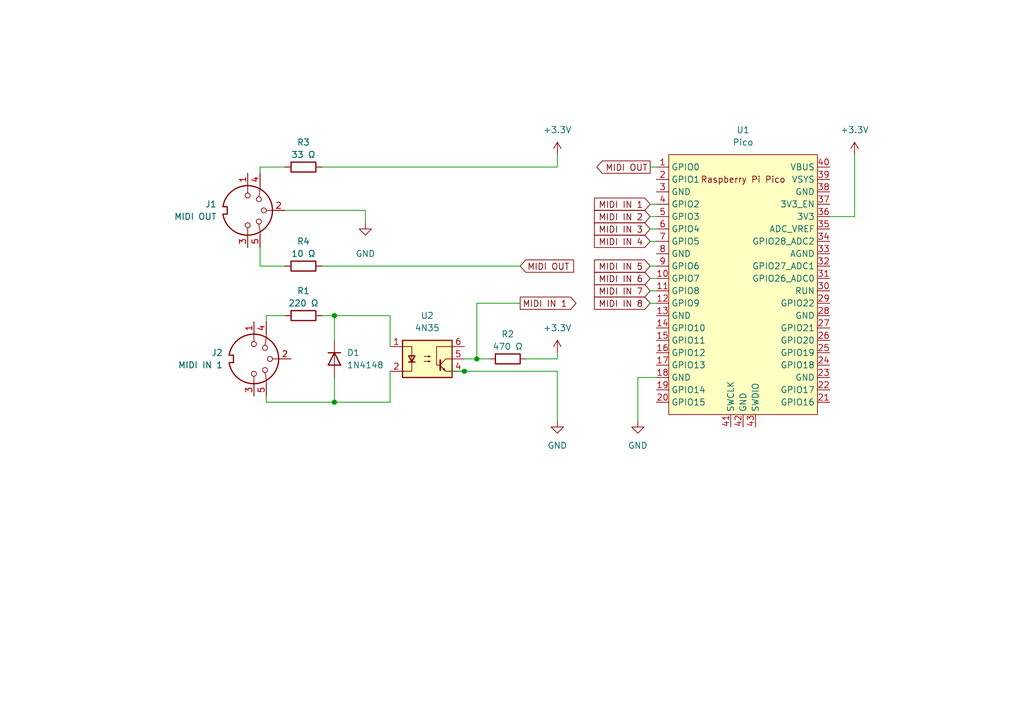
<source format=kicad_sch>
(kicad_sch (version 20230121) (generator eeschema)
  (paper "A5")
  (title_block (title "8-port Pico MIDI merger"))
  (lib_symbols
    (symbol "Connector:DIN-5_180degree" (pin_names (offset 1.016))
      (property "Reference" "J" (at 3.175 5.715 0))
      (property "Value" "DIN-5_180degree" (at 0 -6.35 0))
      (symbol "DIN-5_180degree_0_1"
        (arc (start -5.08 0) (mid -3.8609 -3.3364) (end -0.762 -5.08) (stroke (width 0.254)))
        (circle (center -3.048 0) (radius 0.508))
        (circle (center -2.286 2.286) (radius 0.508))
        (polyline (pts (xy -5.08 0) (xy -3.556 0)))
        (polyline (pts (xy 0 5.08) (xy 0 3.81)))
        (polyline (pts (xy 5.08 0) (xy 3.556 0)))
        (polyline (pts (xy -5.08 2.54) (xy -4.318 2.54) (xy -2.794 2.286)))
        (polyline (pts (xy 5.08 2.54) (xy 4.318 2.54) (xy 2.794 2.286)))
        (polyline (pts (xy -0.762 -4.953) (xy -0.762 -4.191) (xy 0.762 -4.191) (xy 0.762 -4.953)) (stroke (width 0.254)))
        (circle (center 0 3.302) (radius 0.508))
        (arc (start 0.762 -5.08) (mid 3.8685 -3.343) (end 5.08 0) (stroke (width 0.254)))
        (circle (center 2.286 2.286) (radius 0.508))
        (circle (center 3.048 0) (radius 0.508))
        (arc (start 5.08 0) (mid 0 5.0579) (end -5.08 0) (stroke (width 0.254)))
      )
      (symbol "DIN-5_180degree_1_1"
        (pin passive line (at -7.62 0 0) (length 2.54) (name "~") (number "1"))
        (pin passive line (at 0 7.62 270) (length 2.54) (name "~") (number "2"))
        (pin passive line (at 7.62 0 180) (length 2.54) (name "~") (number "3"))
        (pin passive line (at -7.62 2.54 0) (length 2.54) (name "~") (number "4"))
        (pin passive line (at 7.62 2.54 180) (length 2.54) (name "~") (number "5"))
      )
    )
    (symbol "Device:R" (pin_numbers hide) (pin_names (offset 0))
      (property "Reference" "R" (at 2.032 0 90))
      (property "Value" "R" (at 0 0 90))
      (symbol "R_0_1"
        (rectangle (start -1.016 -2.54) (end 1.016 2.54) (stroke (width 0.254)))
      )
      (symbol "R_1_1"
        (pin passive line (at 0 3.81 270) (length 1.27) (name "~") (number "1"))
        (pin passive line (at 0 -3.81 90) (length 1.27) (name "~") (number "2"))
      )
    )
    (symbol "Diode:1N4148" (pin_numbers hide) (pin_names hide)
      (property "Reference" "D" (at 0 2.54 0))
      (property "Value" "1N4148" (at 0 -2.54 0))
      (symbol "1N4148_0_1"
        (polyline (pts (xy -1.27 1.27) (xy -1.27 -1.27)) (stroke (width 0.254)))
        (polyline (pts (xy 1.27 0) (xy -1.27 0)))
        (polyline (pts (xy 1.27 1.27) (xy 1.27 -1.27) (xy -1.27 0) (xy 1.27 1.27)) (stroke (width 0.254)))
      )
      (symbol "1N4148_1_1"
        (pin passive line (at -3.81 0 0) (length 2.54) (name "K") (number "1"))
        (pin passive line (at 3.81 0 180) (length 2.54) (name "A") (number "2"))
      )
    )
    (symbol "Isolator:4N35" (pin_names (offset 1.016))
      (property "Reference" "U" (at -5.08 5.08 0))
      (property "Value" "4N35" (at 0 5.08 0))
      (symbol "4N35_0_1"
        (rectangle (start -5.08 3.81) (end 5.08 -3.81) (stroke (width 0.254)) (fill (type background)))
        (polyline (pts (xy -3.81 -0.635) (xy -2.54 -0.635)) (stroke (width 0.254)))
        (polyline (pts (xy 2.667 -1.397) (xy 3.81 -2.54)))
        (polyline (pts (xy 2.667 -1.143) (xy 3.81 0)))
        (polyline (pts (xy 3.81 -2.54) (xy 5.08 -2.54)))
        (polyline (pts (xy 3.81 0) (xy 5.08 0)))
        (polyline (pts (xy 2.667 -0.254) (xy 2.667 -2.286) (xy 2.667 -2.286)) (stroke (width 0.3556)))
        (polyline (pts (xy -5.08 -2.54) (xy -3.175 -2.54) (xy -3.175 2.54) (xy -5.08 2.54)))
        (polyline (pts (xy -3.175 -0.635) (xy -3.81 0.635) (xy -2.54 0.635) (xy -3.175 -0.635)) (stroke (width 0.254)))
        (polyline (pts (xy 3.683 -2.413) (xy 3.429 -1.905) (xy 3.175 -2.159) (xy 3.683 -2.413)))
        (polyline (pts (xy 5.08 2.54) (xy 1.905 2.54) (xy 1.905 -1.27) (xy 2.54 -1.27)))
        (polyline (pts (xy -0.635 -0.508) (xy 0.635 -0.508) (xy 0.254 -0.635) (xy 0.254 -0.381) (xy 0.635 -0.508)))
        (polyline (pts (xy -0.635 0.508) (xy 0.635 0.508) (xy 0.254 0.381) (xy 0.254 0.635) (xy 0.635 0.508)))
      )
      (symbol "4N35_1_1"
        (pin passive line (at -7.62 2.54 0) (length 2.54) (name "~") (number "1"))
        (pin passive line (at -7.62 -2.54 0) (length 2.54) (name "~") (number "2"))
        (pin no_connect line (at -5.08 0 0) (length 2.54) hide (name "NC") (number "3"))
        (pin passive line (at 7.62 -2.54 180) (length 2.54) (name "~") (number "4"))
        (pin passive line (at 7.62 0 180) (length 2.54) (name "~") (number "5"))
        (pin passive line (at 7.62 2.54 180) (length 2.54) (name "~") (number "6"))
      )
    )
    (symbol "MCU_RaspberryPi_and_Boards:Pico"
      (property "Reference" "U" (at -13.97 27.94 0))
      (property "Value" "Pico" (at 0 19.05 0))
      (symbol "Pico_0_0"
        (text "Raspberry Pi Pico" (at 0 21.59 0) (effects (font (size 1.27 1.27))))
      )
      (symbol "Pico_0_1"
        (rectangle (start -15.24 26.67) (end 15.24 -26.67) (fill (type background)))
      )
      (symbol "Pico_1_1"
        (pin bidirectional line (at -17.78 24.13 0) (length 2.54) (name "GPIO0") (number "1"))
        (pin bidirectional line (at -17.78 1.27 0) (length 2.54) (name "GPIO7") (number "10"))
        (pin bidirectional line (at -17.78 -1.27 0) (length 2.54) (name "GPIO8") (number "11"))
        (pin bidirectional line (at -17.78 -3.81 0) (length 2.54) (name "GPIO9") (number "12"))
        (pin power_in line (at -17.78 -6.35 0) (length 2.54) (name "GND") (number "13"))
        (pin bidirectional line (at -17.78 -8.89 0) (length 2.54) (name "GPIO10") (number "14"))
        (pin bidirectional line (at -17.78 -11.43 0) (length 2.54) (name "GPIO11") (number "15"))
        (pin bidirectional line (at -17.78 -13.97 0) (length 2.54) (name "GPIO12") (number "16"))
        (pin bidirectional line (at -17.78 -16.51 0) (length 2.54) (name "GPIO13") (number "17"))
        (pin power_in line (at -17.78 -19.05 0) (length 2.54) (name "GND") (number "18"))
        (pin bidirectional line (at -17.78 -21.59 0) (length 2.54) (name "GPIO14") (number "19"))
        (pin bidirectional line (at -17.78 21.59 0) (length 2.54) (name "GPIO1") (number "2"))
        (pin bidirectional line (at -17.78 -24.13 0) (length 2.54) (name "GPIO15") (number "20"))
        (pin bidirectional line (at 17.78 -24.13 180) (length 2.54) (name "GPIO16") (number "21"))
        (pin bidirectional line (at 17.78 -21.59 180) (length 2.54) (name "GPIO17") (number "22"))
        (pin power_in line (at 17.78 -19.05 180) (length 2.54) (name "GND") (number "23"))
        (pin bidirectional line (at 17.78 -16.51 180) (length 2.54) (name "GPIO18") (number "24"))
        (pin bidirectional line (at 17.78 -13.97 180) (length 2.54) (name "GPIO19") (number "25"))
        (pin bidirectional line (at 17.78 -11.43 180) (length 2.54) (name "GPIO20") (number "26"))
        (pin bidirectional line (at 17.78 -8.89 180) (length 2.54) (name "GPIO21") (number "27"))
        (pin power_in line (at 17.78 -6.35 180) (length 2.54) (name "GND") (number "28"))
        (pin bidirectional line (at 17.78 -3.81 180) (length 2.54) (name "GPIO22") (number "29"))
        (pin power_in line (at -17.78 19.05 0) (length 2.54) (name "GND") (number "3"))
        (pin input line (at 17.78 -1.27 180) (length 2.54) (name "RUN") (number "30"))
        (pin bidirectional line (at 17.78 1.27 180) (length 2.54) (name "GPIO26_ADC0") (number "31"))
        (pin bidirectional line (at 17.78 3.81 180) (length 2.54) (name "GPIO27_ADC1") (number "32"))
        (pin power_in line (at 17.78 6.35 180) (length 2.54) (name "AGND") (number "33"))
        (pin bidirectional line (at 17.78 8.89 180) (length 2.54) (name "GPIO28_ADC2") (number "34"))
        (pin power_in line (at 17.78 11.43 180) (length 2.54) (name "ADC_VREF") (number "35"))
        (pin power_in line (at 17.78 13.97 180) (length 2.54) (name "3V3") (number "36"))
        (pin input line (at 17.78 16.51 180) (length 2.54) (name "3V3_EN") (number "37"))
        (pin bidirectional line (at 17.78 19.05 180) (length 2.54) (name "GND") (number "38"))
        (pin power_in line (at 17.78 21.59 180) (length 2.54) (name "VSYS") (number "39"))
        (pin bidirectional line (at -17.78 16.51 0) (length 2.54) (name "GPIO2") (number "4"))
        (pin power_in line (at 17.78 24.13 180) (length 2.54) (name "VBUS") (number "40"))
        (pin input line (at -2.54 -29.21 90) (length 2.54) (name "SWCLK") (number "41"))
        (pin power_in line (at 0 -29.21 90) (length 2.54) (name "GND") (number "42"))
        (pin bidirectional line (at 2.54 -29.21 90) (length 2.54) (name "SWDIO") (number "43"))
        (pin bidirectional line (at -17.78 13.97 0) (length 2.54) (name "GPIO3") (number "5"))
        (pin bidirectional line (at -17.78 11.43 0) (length 2.54) (name "GPIO4") (number "6"))
        (pin bidirectional line (at -17.78 8.89 0) (length 2.54) (name "GPIO5") (number "7"))
        (pin power_in line (at -17.78 6.35 0) (length 2.54) (name "GND") (number "8"))
        (pin bidirectional line (at -17.78 3.81 0) (length 2.54) (name "GPIO6") (number "9"))
      )
    )
    (symbol "power:+3.3V" (power) (pin_names (offset 0))
      (property "Value" "+3.3V" (at 0 3.556 0))
      (symbol "+3.3V_0_1"
        (polyline (pts (xy -0.762 1.27) (xy 0 2.54)))
        (polyline (pts (xy 0 0) (xy 0 2.54)))
        (polyline (pts (xy 0 2.54) (xy 0.762 1.27)))
      )
      (symbol "+3.3V_1_1"
        (pin power_in line (at 0 0 90) (length 0) hide (name "+3.3V") (number "1"))
      )
    )
    (symbol "power:GND" (power) (pin_names (offset 0))
      (property "Value" "GND" (at 0 -3.81 0))
      (symbol "GND_0_1"
        (polyline (pts (xy 0 0) (xy 0 -1.27) (xy 1.27 -1.27) (xy 0 -2.54) (xy -1.27 -1.27) (xy 0 -1.27)))
      )
      (symbol "GND_1_1"
        (pin power_in line (at 0 0 270) (length 0) hide (name "GND") (number "1"))
      )
    )
  )
  (junction (at 95.25 76.2))
  (junction (at 68.58 64.77))
  (junction (at 68.58 82.55))
  (junction (at 97.79 73.66))
  (wire (pts (xy 80.01 64.77) (xy 80.01 71.12)))
  (wire (pts (xy 133.35 57.15) (xy 134.62 57.15)))
  (wire (pts (xy 133.35 41.91) (xy 134.62 41.91)))
  (wire (pts (xy 54.61 64.77) (xy 54.61 66.04)))
  (wire (pts (xy 114.3 31.75) (xy 114.3 34.29)))
  (wire (pts (xy 95.25 76.2) (xy 114.3 76.2)))
  (wire (pts (xy 66.04 64.77) (xy 68.58 64.77)))
  (wire (pts (xy 133.35 54.61) (xy 134.62 54.61)))
  (wire (pts (xy 170.18 44.45) (xy 175.26 44.45)))
  (wire (pts (xy 133.35 49.53) (xy 134.62 49.53)))
  (wire (pts (xy 114.3 76.2) (xy 114.3 86.36)))
  (wire (pts (xy 106.68 62.23) (xy 97.79 62.23)))
  (wire (pts (xy 133.35 44.45) (xy 134.62 44.45)))
  (wire (pts (xy 133.35 62.23) (xy 134.62 62.23)))
  (wire (pts (xy 95.25 73.66) (xy 97.79 73.66)))
  (wire (pts (xy 107.95 73.66) (xy 114.3 73.66)))
  (wire (pts (xy 175.26 44.45) (xy 175.26 31.75)))
  (wire (pts (xy 74.93 43.18) (xy 74.93 45.72)))
  (wire (pts (xy 66.04 54.61) (xy 106.68 54.61)))
  (wire (pts (xy 58.42 43.18) (xy 74.93 43.18)))
  (wire (pts (xy 54.61 82.55) (xy 54.61 81.28)))
  (wire (pts (xy 114.3 73.66) (xy 114.3 72.39)))
  (wire (pts (xy 68.58 64.77) (xy 68.58 69.85)))
  (wire (pts (xy 134.62 77.47) (xy 130.81 77.47)))
  (wire (pts (xy 80.01 82.55) (xy 80.01 76.2)))
  (wire (pts (xy 66.04 34.29) (xy 114.3 34.29)))
  (wire (pts (xy 53.34 34.29) (xy 58.42 34.29)))
  (wire (pts (xy 133.35 34.29) (xy 134.62 34.29)))
  (wire (pts (xy 92.71 76.2) (xy 95.25 76.2)))
  (wire (pts (xy 97.79 62.23) (xy 97.79 73.66)))
  (wire (pts (xy 68.58 82.55) (xy 80.01 82.55)))
  (wire (pts (xy 53.34 54.61) (xy 53.34 50.8)))
  (wire (pts (xy 53.34 34.29) (xy 53.34 35.56)))
  (wire (pts (xy 97.79 73.66) (xy 100.33 73.66)))
  (wire (pts (xy 54.61 82.55) (xy 68.58 82.55)))
  (wire (pts (xy 133.35 46.99) (xy 134.62 46.99)))
  (wire (pts (xy 68.58 77.47) (xy 68.58 82.55)))
  (wire (pts (xy 80.01 64.77) (xy 68.58 64.77)))
  (wire (pts (xy 130.81 77.47) (xy 130.81 86.36)))
  (wire (pts (xy 53.34 54.61) (xy 58.42 54.61)))
  (wire (pts (xy 58.42 64.77) (xy 54.61 64.77)))
  (wire (pts (xy 133.35 59.69) (xy 134.62 59.69)))
  (global_label "MIDI IN 6" (shape input) (at 133.35 57.15 180) (property "Intersheetrefs" "${INTERSHEET_REFS}" (effects hide)))
  (global_label "MIDI IN 4" (shape input) (at 133.35 49.53 180) (property "Intersheetrefs" "${INTERSHEET_REFS}" (effects hide)))
  (global_label "MIDI OUT" (shape input) (at 106.68 54.61 0) (property "Intersheetrefs" "${INTERSHEET_REFS}" (effects hide)))
  (global_label "MIDI IN 1" (shape input) (at 133.35 41.91 180) (property "Intersheetrefs" "${INTERSHEET_REFS}" (effects hide)))
  (global_label "MIDI IN 2" (shape input) (at 133.35 44.45 180) (property "Intersheetrefs" "${INTERSHEET_REFS}" (effects hide)))
  (global_label "MIDI IN 8" (shape input) (at 133.35 62.23 180) (property "Intersheetrefs" "${INTERSHEET_REFS}" (effects hide)))
  (global_label "MIDI IN 1" (shape output) (at 106.68 62.23 0) (property "Intersheetrefs" "${INTERSHEET_REFS}" (effects hide)))
  (global_label "MIDI IN 5" (shape input) (at 133.35 54.61 180) (property "Intersheetrefs" "${INTERSHEET_REFS}" (effects hide)))
  (global_label "MIDI OUT" (shape output) (at 133.35 34.29 180) (property "Intersheetrefs" "${INTERSHEET_REFS}" (effects hide)))
  (global_label "MIDI IN 3" (shape input) (at 133.35 46.99 180) (property "Intersheetrefs" "${INTERSHEET_REFS}" (effects hide)))
  (global_label "MIDI IN 7" (shape input) (at 133.35 59.69 180) (property "Intersheetrefs" "${INTERSHEET_REFS}" (effects hide)))
  (symbol (lib_id "Device:R") (at 62.23 54.61 270) (unit 1)
    (property "Reference" "R4" (at 62.23 49.53 90))
    (property "Value" "10 Ω" (at 62.23 52.07 90))
  )
  (symbol (lib_id "power:GND") (at 74.93 45.72 0) (unit 1)
    (property "Reference" "#PWR05" (effects hide))
    (property "Value" "GND" (at 74.93 52.07 0))
  )
  (symbol (lib_id "Diode:1N4148") (at 68.58 73.66 270) (unit 1)
    (property "Reference" "D1" (at 71.12 72.39 90) (effects (justify left)))
    (property "Value" "1N4148" (at 71.12 74.93 90) (effects (justify left)))
    (property "Footprint" "Diode_THT:D_DO-35_SOD27_P7.62mm_Horizontal" (effects hide))
    (property "Datasheet" "https://assets.nexperia.com/documents/data-sheet/1N4148_1N4448.pdf" (effects hide))
    (property "Sim.Device" "D" (effects hide))
    (property "Sim.Pins" "1=K 2=A" (effects hide))
  )
  (symbol (lib_id "power:GND") (at 114.3 86.36 0) (unit 1)
    (property "Reference" "#PWR02" (effects hide))
    (property "Value" "GND" (at 114.3 91.44 0))
  )
  (symbol (lib_id "Connector:DIN-5_180degree") (at 50.8 43.18 270) (unit 1)
    (property "Reference" "J1" (at 44.45 41.9101 90) (effects (justify right)))
    (property "Value" "MIDI OUT" (at 44.45 44.4501 90) (effects (justify right)))
    (property "Datasheet" "http://www.mouser.com/ds/2/18/40_c091_abd_e-75918.pdf" (effects hide))
  )
  (symbol (lib_id "power:+3.3V") (at 114.3 31.75 0) (unit 1)
    (property "Reference" "#PWR06" (effects hide))
    (property "Value" "+3.3V" (at 114.3 26.67 0))
  )
  (symbol (lib_id "power:+3.3V") (at 175.26 31.75 0) (unit 1)
    (property "Reference" "#PWR03" (effects hide))
    (property "Value" "+3.3V" (at 175.26 26.67 0))
  )
  (symbol (lib_id "MCU_RaspberryPi_and_Boards:Pico") (at 152.4 58.42 0) (unit 1)
    (property "Reference" "U1" (at 152.4 26.67 0))
    (property "Value" "Pico" (at 152.4 29.21 0))
    (property "Footprint" "RPi_Pico:RPi_Pico_SMD_TH" (effects hide))
  )
  (symbol (lib_id "Connector:DIN-5_180degree") (at 52.07 73.66 270) (unit 1)
    (property "Reference" "J2" (at 45.72 72.3901 90) (effects (justify right)))
    (property "Value" "MIDI IN 1" (at 45.72 74.9301 90) (effects (justify right)))
    (property "Datasheet" "http://www.mouser.com/ds/2/18/40_c091_abd_e-75918.pdf" (effects hide))
  )
  (symbol (lib_id "Device:R") (at 104.14 73.66 270) (unit 1)
    (property "Reference" "R2" (at 104.14 68.58 90))
    (property "Value" "470 Ω" (at 104.14 71.12 90))
  )
  (symbol (lib_id "Isolator:4N35") (at 87.63 73.66 0) (unit 1)
    (property "Reference" "U2" (at 87.63 64.77 0))
    (property "Value" "4N35" (at 87.63 67.31 0))
    (property "Footprint" "Package_DIP:DIP-6_W7.62mm" (effects hide))
    (property "Datasheet" "https://www.vishay.com/docs/81181/4n35.pdf" (effects hide))
  )
  (symbol (lib_id "power:+3.3V") (at 114.3 72.39 0) (unit 1)
    (property "Reference" "#PWR01" (effects hide))
    (property "Value" "+3.3V" (at 114.3 67.31 0))
  )
  (symbol (lib_id "power:GND") (at 130.81 86.36 0) (unit 1)
    (property "Reference" "#PWR04" (effects hide))
    (property "Value" "GND" (at 130.81 91.44 0))
  )
  (symbol (lib_id "Device:R") (at 62.23 64.77 270) (unit 1)
    (property "Reference" "R1" (at 62.23 59.69 90))
    (property "Value" "220 Ω" (at 62.23 62.23 90))
  )
  (symbol (lib_id "Device:R") (at 62.23 34.29 270) (unit 1)
    (property "Reference" "R3" (at 62.23 29.21 90))
    (property "Value" "33 Ω" (at 62.23 31.75 90))
  )
)
</source>
